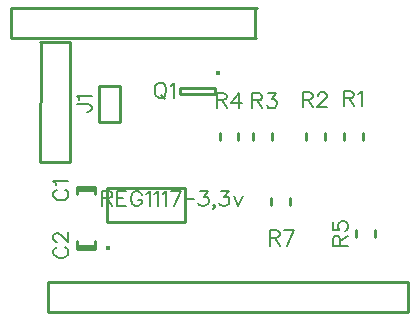
<source format=gbr>
G04 DipTrace 3.3.1.3*
G04 TopSilk.gbr*
%MOMM*%
G04 #@! TF.FileFunction,Legend,Top*
G04 #@! TF.Part,Single*
%ADD10C,0.25*%
%ADD16O,0.39124X0.39194*%
%ADD24O,0.39127X0.39172*%
%ADD50C,0.19608*%
%FSLAX35Y35*%
G04*
G71*
G90*
G75*
G01*
G04 TopSilk*
%LPD*%
X1184379Y1053163D2*
D10*
X1344219D1*
X1184379Y1072083D2*
X1344219D1*
X1184379D2*
Y1012243D1*
X1344219Y1072083D2*
Y1012243D1*
Y572467D2*
X1184379D1*
X1344219Y553547D2*
X1184379D1*
X1344219D2*
Y613387D1*
X1184379Y553547D2*
Y613387D1*
D16*
X1447234Y555616D3*
X1444594Y782311D2*
D10*
X2104562D1*
X1444594Y1062309D2*
X2104562D1*
Y782311D2*
Y1062309D1*
X1444594Y782311D2*
Y1062309D1*
X3607580Y1473820D2*
Y1533660D1*
X3447740Y1473820D2*
Y1533660D1*
X2555180Y1473820D2*
Y1533660D1*
X2395340Y1473820D2*
Y1533660D1*
X2842180Y1473820D2*
Y1533660D1*
X2682340Y1473820D2*
Y1533660D1*
X3711267Y652467D2*
Y712307D1*
X3551427Y652467D2*
Y712307D1*
X3283587Y1473820D2*
Y1533660D1*
X3123747Y1473820D2*
Y1533660D1*
D24*
X2383860Y2036334D3*
X2360490Y1908974D2*
D10*
X2060503D1*
Y1858973D1*
X2360490D1*
Y1908974D1*
X2989837Y922533D2*
Y982373D1*
X2829997Y922533D2*
Y982373D1*
X1550553Y1625337D2*
Y1932337D1*
Y1625337D2*
X1370553D1*
Y1932337D1*
X1550553D2*
X1370553D1*
X3986603Y17460D2*
Y271460D1*
X938603Y17460D2*
X3986603D1*
X938603D2*
Y271460D1*
X1130627D1*
X3986603D1*
X633167Y2585967D2*
Y2331967D1*
X2711200Y2585967D2*
X633167D1*
X2699347D2*
Y2331967D1*
X2700000D2*
X633167D1*
X1132870Y2304100D2*
X878870D1*
X1132460Y1285697D2*
X1130593Y2293660D1*
X878770Y1289737D2*
X879103Y2293660D1*
X1132870Y1288450D2*
X878870D1*
X1018635Y1052879D2*
D50*
X1006562Y1046842D1*
X994349Y1034629D1*
X988312Y1022556D1*
Y998269D1*
X994348Y986056D1*
X1006562Y973983D1*
X1018635Y967806D1*
X1036885Y961769D1*
X1067348D1*
X1085458Y967806D1*
X1097672Y973983D1*
X1109745Y986056D1*
X1115922Y998269D1*
Y1022556D1*
X1109745Y1034629D1*
X1097672Y1046842D1*
X1085458Y1052879D1*
X1012739Y1092094D2*
X1006562Y1104308D1*
X988452Y1122558D1*
X1115922D1*
X1018635Y566877D2*
X1006562Y560841D1*
X994349Y548627D1*
X988312Y536554D1*
Y512268D1*
X994348Y500054D1*
X1006562Y487981D1*
X1018635Y481804D1*
X1036885Y475768D1*
X1067348D1*
X1085458Y481804D1*
X1097672Y487981D1*
X1109745Y500054D1*
X1115922Y512268D1*
Y536554D1*
X1109745Y548627D1*
X1097672Y560841D1*
X1085458Y566877D1*
X1018776Y612270D2*
X1012739D1*
X1000526Y618306D1*
X994489Y624343D1*
X988452Y636556D1*
Y660843D1*
X994489Y672916D1*
X1000526Y678953D1*
X1012739Y685129D1*
X1024812D1*
X1037026Y678952D1*
X1055135Y666879D1*
X1115922Y606093D1*
Y691166D1*
X1401162Y979677D2*
X1455772D1*
X1474022Y985854D1*
X1480199Y991891D1*
X1486235Y1003964D1*
Y1016177D1*
X1480199Y1028250D1*
X1474022Y1034427D1*
X1455772Y1040464D1*
X1401162D1*
Y912854D1*
X1443699Y979677D2*
X1486235Y912854D1*
X1604347Y1040464D2*
X1525451D1*
Y912854D1*
X1604347D1*
X1525451Y979677D2*
X1574024D1*
X1734672Y1010141D2*
X1728636Y1022214D1*
X1716422Y1034427D1*
X1704349Y1040464D1*
X1680063D1*
X1667849Y1034427D1*
X1655776Y1022214D1*
X1649599Y1010141D1*
X1643563Y991891D1*
Y961427D1*
X1649599Y943318D1*
X1655776Y931104D1*
X1667849Y919031D1*
X1680063Y912854D1*
X1704349D1*
X1716422Y919031D1*
X1728636Y931104D1*
X1734672Y943318D1*
Y961427D1*
X1704349D1*
X1773888Y1016037D2*
X1786102Y1022214D1*
X1804352Y1040323D1*
Y912854D1*
X1843567Y1016037D2*
X1855781Y1022214D1*
X1874031Y1040323D1*
Y912854D1*
X1913246Y1016037D2*
X1925460Y1022214D1*
X1943710Y1040323D1*
Y912854D1*
X2007212D2*
X2067999Y1040323D1*
X1982925D1*
X2107214Y976589D2*
X2177407D1*
X2228836Y1040323D2*
X2295518D1*
X2259159Y991750D1*
X2277409D1*
X2289482Y985714D1*
X2295518Y979677D1*
X2301695Y961427D1*
Y949354D1*
X2295518Y931104D1*
X2283445Y918891D1*
X2265195Y912854D1*
X2246945D1*
X2228836Y918891D1*
X2222799Y925068D1*
X2216622Y937141D1*
X2353124Y918891D2*
X2346948Y912854D1*
X2340911Y918891D1*
X2346948Y925068D1*
X2353124Y918891D1*
Y906818D1*
X2346948Y894604D1*
X2340911Y888568D1*
X2404554Y1040323D2*
X2471236D1*
X2434877Y991750D1*
X2453127D1*
X2465200Y985714D1*
X2471236Y979677D1*
X2477413Y961427D1*
Y949354D1*
X2471236Y931104D1*
X2459163Y918891D1*
X2440913Y912854D1*
X2422663D1*
X2404554Y918891D1*
X2398517Y925068D1*
X2392340Y937141D1*
X2516629Y997927D2*
X2553129Y912854D1*
X2589489Y997927D1*
X3445967Y1825298D2*
X3500577D1*
X3518827Y1831475D1*
X3525004Y1837512D1*
X3531041Y1849585D1*
Y1861798D1*
X3525004Y1873871D1*
X3518827Y1880048D1*
X3500577Y1886085D1*
X3445967D1*
Y1758475D1*
X3488504Y1825298D2*
X3531041Y1758475D1*
X3570256Y1861658D2*
X3582470Y1867835D1*
X3600720Y1885944D1*
Y1758475D1*
X2370385Y1811018D2*
X2424994D1*
X2443244Y1817195D1*
X2449421Y1823231D1*
X2455458Y1835304D1*
Y1847518D1*
X2449421Y1859591D1*
X2443244Y1865768D1*
X2424994Y1871804D1*
X2370385D1*
Y1744195D1*
X2412921Y1811018D2*
X2455458Y1744195D1*
X2555460D2*
Y1871664D1*
X2494673Y1786731D1*
X2585783D1*
X2671113Y1807448D2*
X2725723D1*
X2743973Y1813624D1*
X2750150Y1819661D1*
X2756186Y1831734D1*
Y1843948D1*
X2750150Y1856021D1*
X2743973Y1862198D1*
X2725723Y1868234D1*
X2671113D1*
Y1740624D1*
X2713650Y1807448D2*
X2756186Y1740624D1*
X2807616Y1868094D2*
X2874298D1*
X2837939Y1819521D1*
X2856189D1*
X2868262Y1813484D1*
X2874298Y1807448D1*
X2880475Y1789198D1*
Y1777124D1*
X2874298Y1758874D1*
X2862225Y1746661D1*
X2843975Y1740624D1*
X2825725D1*
X2807616Y1746661D1*
X2801579Y1752838D1*
X2795402Y1764911D1*
X3416147Y577706D2*
Y632316D1*
X3409970Y650566D1*
X3403933Y656743D1*
X3391860Y662779D1*
X3379647D1*
X3367574Y656743D1*
X3361397Y650566D1*
X3355360Y632316D1*
Y577706D1*
X3482970D1*
X3416147Y620243D2*
X3482970Y662779D1*
X3355501Y774854D2*
Y714208D1*
X3410110Y708172D1*
X3404074Y714208D1*
X3397897Y732458D1*
Y750568D1*
X3404074Y768818D1*
X3416147Y781031D1*
X3434397Y787068D1*
X3446470D1*
X3464720Y781031D1*
X3476933Y768818D1*
X3482970Y750568D1*
Y732458D1*
X3476933Y714208D1*
X3470756Y708171D1*
X3458683Y701995D1*
X3098239Y1814588D2*
X3152849D1*
X3171099Y1820765D1*
X3177276Y1826801D1*
X3183313Y1838874D1*
Y1851088D1*
X3177276Y1863161D1*
X3171099Y1869338D1*
X3152849Y1875374D1*
X3098239D1*
Y1747765D1*
X3140776Y1814588D2*
X3183313Y1747765D1*
X3228705Y1844911D2*
Y1850947D1*
X3234742Y1863161D1*
X3240778Y1869197D1*
X3252992Y1875234D1*
X3277278D1*
X3289351Y1869197D1*
X3295388Y1863161D1*
X3301565Y1850947D1*
Y1838874D1*
X3295388Y1826661D1*
X3283315Y1808551D1*
X3222528Y1747765D1*
X3307601D1*
X1882164Y1957257D2*
X1870091Y1951360D1*
X1857877Y1939147D1*
X1851841Y1926934D1*
X1845664Y1908684D1*
Y1878360D1*
X1851841Y1860110D1*
X1857877Y1848037D1*
X1870091Y1835824D1*
X1882164Y1829787D1*
X1906450D1*
X1918664Y1835824D1*
X1930737Y1848037D1*
X1936773Y1860110D1*
X1942950Y1878360D1*
Y1908684D1*
X1936773Y1926934D1*
X1930737Y1939147D1*
X1918664Y1951360D1*
X1906450Y1957257D1*
X1882164D1*
X1900414Y1854074D2*
X1936773Y1817574D1*
X1982166Y1932830D2*
X1994380Y1939007D1*
X2012630Y1957116D1*
Y1829647D1*
X2818770Y645665D2*
X2873380D1*
X2891630Y651842D1*
X2897807Y657879D1*
X2903843Y669952D1*
Y682165D1*
X2897807Y694238D1*
X2891630Y700415D1*
X2873380Y706452D1*
X2818770D1*
Y578842D1*
X2861307Y645665D2*
X2903843Y578842D1*
X2967345D2*
X3028132Y706312D1*
X2943059D1*
X1184567Y1774391D2*
X1281713D1*
X1299963Y1768354D1*
X1306000Y1762177D1*
X1312176Y1750104D1*
Y1737891D1*
X1305999Y1725818D1*
X1299963Y1719781D1*
X1281713Y1713604D1*
X1269640D1*
X1208994Y1813606D2*
X1202817Y1825820D1*
X1184707Y1844070D1*
X1312176D1*
M02*

</source>
